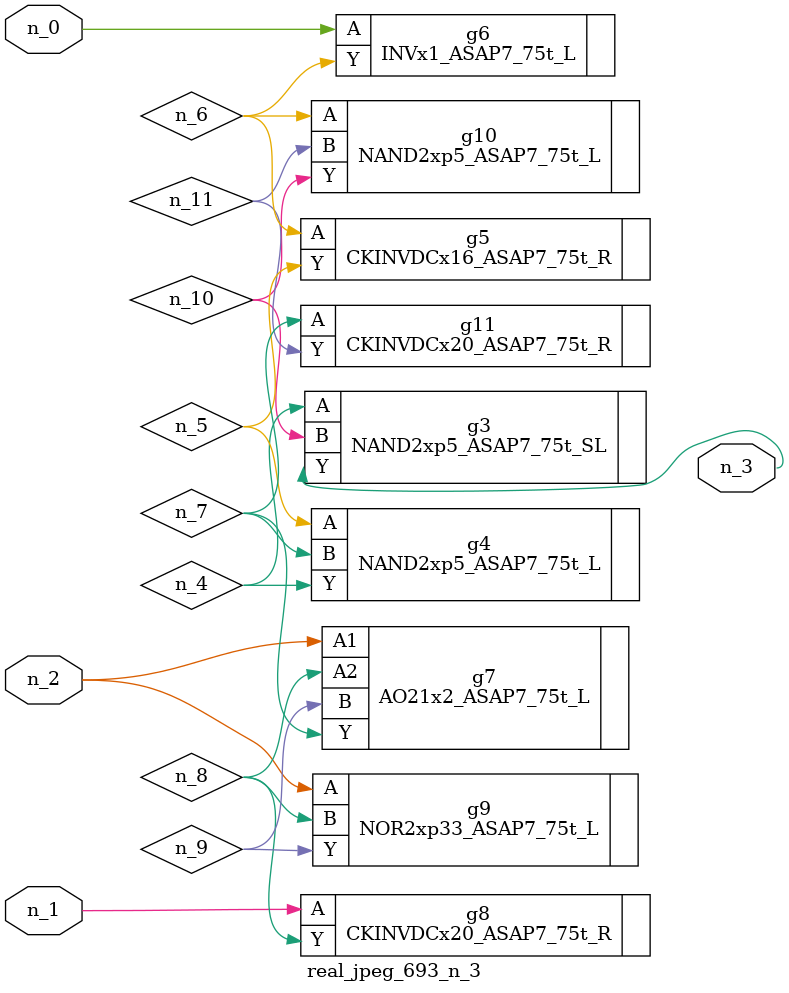
<source format=v>
module real_jpeg_693_n_3 (n_1, n_0, n_2, n_3);

input n_1;
input n_0;
input n_2;

output n_3;

wire n_5;
wire n_8;
wire n_4;
wire n_11;
wire n_6;
wire n_7;
wire n_10;
wire n_9;

INVx1_ASAP7_75t_L g6 ( 
.A(n_0),
.Y(n_6)
);

CKINVDCx20_ASAP7_75t_R g8 ( 
.A(n_1),
.Y(n_8)
);

AO21x2_ASAP7_75t_L g7 ( 
.A1(n_2),
.A2(n_8),
.B(n_9),
.Y(n_7)
);

NOR2xp33_ASAP7_75t_L g9 ( 
.A(n_2),
.B(n_8),
.Y(n_9)
);

NAND2xp5_ASAP7_75t_SL g3 ( 
.A(n_4),
.B(n_10),
.Y(n_3)
);

NAND2xp5_ASAP7_75t_L g4 ( 
.A(n_5),
.B(n_7),
.Y(n_4)
);

CKINVDCx16_ASAP7_75t_R g5 ( 
.A(n_6),
.Y(n_5)
);

NAND2xp5_ASAP7_75t_L g10 ( 
.A(n_6),
.B(n_11),
.Y(n_10)
);

CKINVDCx20_ASAP7_75t_R g11 ( 
.A(n_7),
.Y(n_11)
);


endmodule
</source>
